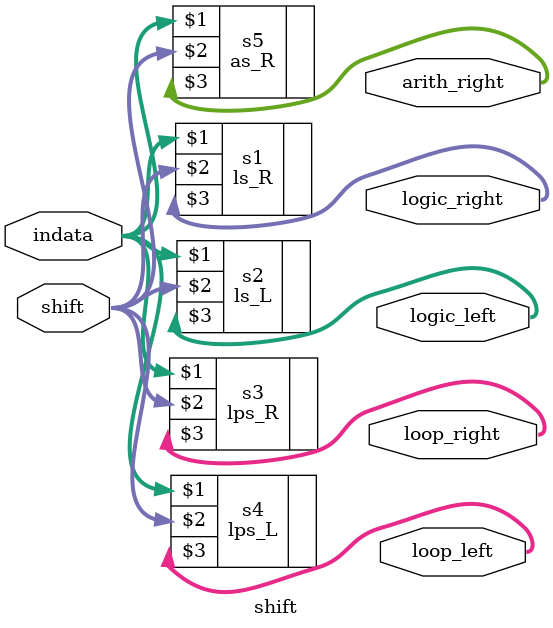
<source format=v>
`timescale 1ns / 1ps
module shift(input[31:0]indata,
			input[4:0]shift,
			output [31:0]logic_right,
			output [31:0]logic_left,
			output [31:0]loop_right,
			output [31:0]loop_left,
			output [31:0]arith_right);
/*
wire [31:0]logic_right;
wire [31:0]logic_left;
wire [31:0]loop_right;
wire [31:0]loop_left;
wire [31:0]arith_right;
*/
ls_R s1(indata[31:0],shift[4:0],logic_right[31:0]);
ls_L s2(indata[31:0],shift[4:0],logic_left[31:0]);
lps_R s3(indata[31:0],shift[4:0],loop_right[31:0]);
lps_L s4(indata[31:0],shift[4:0],loop_left[31:0]);
as_R s5(indata[31:0],shift[4:0],arith_right[31:0]);
/*
always @(*) begin
case(switch)
3'b000:out=out1;
3'b001:out=out2;
3'b010:out=out3;
3'b011:out=out4;
3'b100:out=out5;
endcase
end
*/

endmodule


</source>
